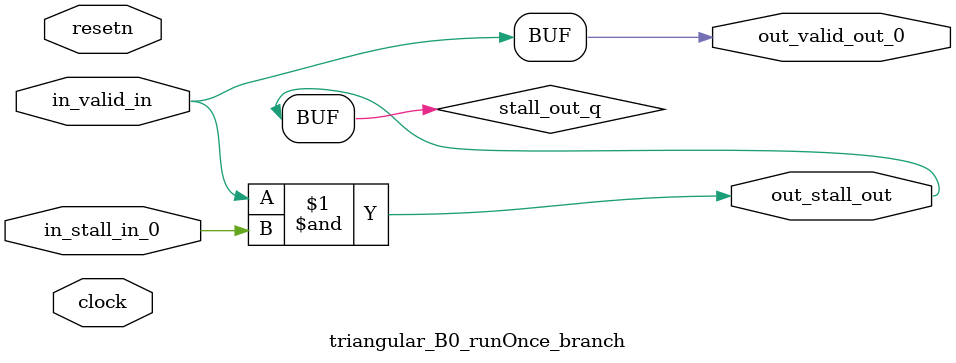
<source format=sv>



(* altera_attribute = "-name AUTO_SHIFT_REGISTER_RECOGNITION OFF; -name MESSAGE_DISABLE 10036; -name MESSAGE_DISABLE 10037; -name MESSAGE_DISABLE 14130; -name MESSAGE_DISABLE 14320; -name MESSAGE_DISABLE 15400; -name MESSAGE_DISABLE 14130; -name MESSAGE_DISABLE 10036; -name MESSAGE_DISABLE 12020; -name MESSAGE_DISABLE 12030; -name MESSAGE_DISABLE 12010; -name MESSAGE_DISABLE 12110; -name MESSAGE_DISABLE 14320; -name MESSAGE_DISABLE 13410; -name MESSAGE_DISABLE 113007; -name MESSAGE_DISABLE 10958" *)
module triangular_B0_runOnce_branch (
    input wire [0:0] in_stall_in_0,
    input wire [0:0] in_valid_in,
    output wire [0:0] out_stall_out,
    output wire [0:0] out_valid_out_0,
    input wire clock,
    input wire resetn
    );

    wire [0:0] stall_out_q;
    reg [0:0] rst_sync_rst_sclrn;


    // stall_out(LOGICAL,6)
    assign stall_out_q = in_valid_in & in_stall_in_0;

    // out_stall_out(GPOUT,4)
    assign out_stall_out = stall_out_q;

    // out_valid_out_0(GPOUT,5)
    assign out_valid_out_0 = in_valid_in;

    // rst_sync(RESETSYNC,7)
    acl_reset_handler #(
        .ASYNC_RESET(0),
        .USE_SYNCHRONIZER(1),
        .PULSE_EXTENSION(0),
        .PIPE_DEPTH(3),
        .DUPLICATE(1)
    ) therst_sync (
        .clk(clock),
        .i_resetn(resetn),
        .o_sclrn(rst_sync_rst_sclrn)
    );

endmodule

</source>
